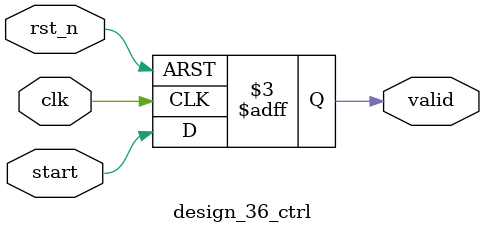
<source format=v>
module design_36_ctrl(
  input  clk,
  input  rst_n,
  input  start,
  output reg valid
);
  reg start_q;
  always @(posedge clk or negedge rst_n) begin
    if (!rst_n) begin
      valid <= 1'b0;
      start_q <= 1'b0;
    end else begin
      start_q <= start;
      valid <= start;
    end
  end
endmodule

</source>
